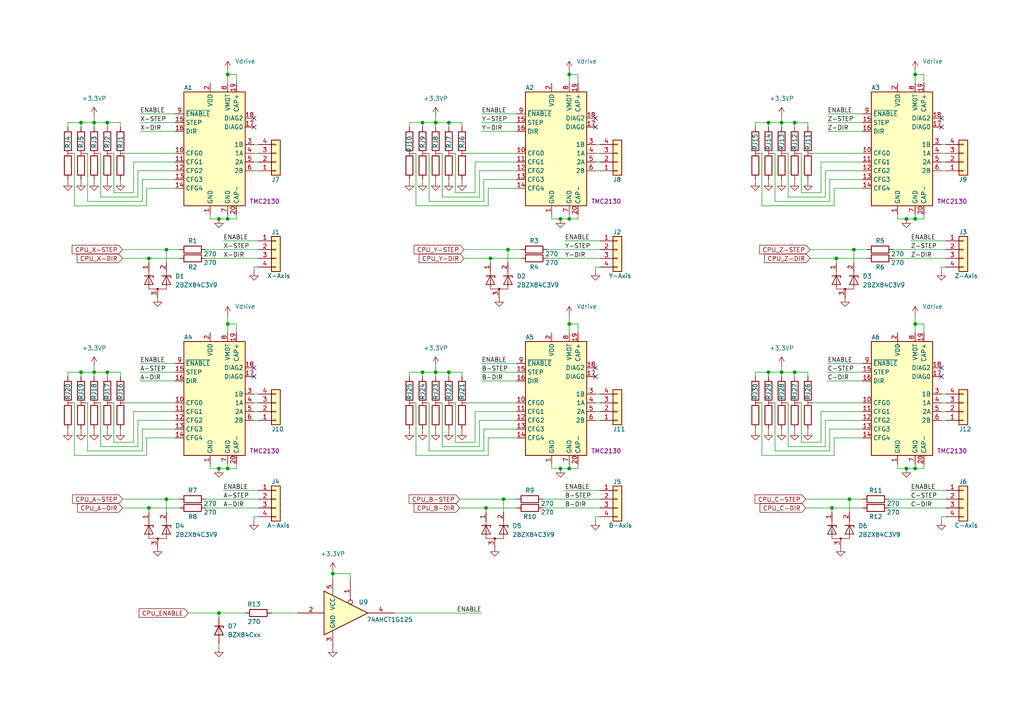
<source format=kicad_sch>
(kicad_sch (version 20230121) (generator eeschema)
  (paper "A4")
  (junction (at 43.18 147.32))
  (junction (at 31.115 107.95))
  (junction (at 122.555 35.56))
  (junction (at 96.52 166.37))
  (junction (at 162.56 135.89))
  (junction (at 226.695 35.56))
  (junction (at 222.885 35.56))
  (junction (at 126.365 35.56))
  (junction (at 265.43 63.5))
  (junction (at 162.56 63.5))
  (junction (at 130.175 35.56))
  (junction (at 66.04 63.5))
  (junction (at 142.24 74.93))
  (junction (at 230.505 107.95))
  (junction (at 31.115 35.56))
  (junction (at 262.89 63.5))
  (junction (at 63.5 63.5))
  (junction (at 27.305 107.95))
  (junction (at 48.26 144.78))
  (junction (at 165.1 21.59))
  (junction (at 66.04 21.59))
  (junction (at 23.495 35.56))
  (junction (at 165.1 93.98))
  (junction (at 48.26 72.39))
  (junction (at 241.3 147.32))
  (junction (at 246.38 144.78))
  (junction (at 226.695 107.95))
  (junction (at 262.89 135.89))
  (junction (at 165.1 135.89))
  (junction (at 265.43 21.59))
  (junction (at 126.365 107.95))
  (junction (at 140.97 147.32))
  (junction (at 43.18 74.93))
  (junction (at 66.04 93.98))
  (junction (at 27.305 35.56))
  (junction (at 63.5 135.89))
  (junction (at 265.43 135.89))
  (junction (at 23.495 107.95))
  (junction (at 147.32 72.39))
  (junction (at 242.57 74.93))
  (junction (at 222.885 107.95))
  (junction (at 146.05 144.78))
  (junction (at 66.04 135.89))
  (junction (at 122.555 107.95))
  (junction (at 247.65 72.39))
  (junction (at 265.43 93.98))
  (junction (at 165.1 63.5))
  (junction (at 63.5 177.8))
  (junction (at 130.175 107.95))
  (junction (at 230.505 35.56))
  (no_connect (at 273.05 109.22))
  (no_connect (at 172.72 36.83))
  (no_connect (at 172.72 106.68))
  (no_connect (at 73.66 36.83))
  (no_connect (at 73.66 109.22))
  (no_connect (at 273.05 36.83))
  (no_connect (at 73.66 106.68))
  (no_connect (at 172.72 109.22))
  (no_connect (at 73.66 34.29))
  (no_connect (at 273.05 106.68))
  (no_connect (at 172.72 34.29))
  (no_connect (at 273.05 34.29))
  (wire (pts (xy 260.35 134.62) (xy 260.35 135.89)))
  (wire (pts (xy 64.77 69.85) (xy 74.93 69.85)))
  (wire (pts (xy 267.97 135.89) (xy 265.43 135.89)))
  (wire (pts (xy 38.735 128.27) (xy 38.735 119.38)))
  (wire (pts (xy 66.04 93.98) (xy 66.04 96.52)))
  (wire (pts (xy 139.065 129.54) (xy 139.065 121.92)))
  (wire (pts (xy 228.6 57.15) (xy 239.395 57.15)))
  (wire (pts (xy 131.445 44.45) (xy 132.08 44.45)))
  (wire (pts (xy 247.65 72.39) (xy 251.46 72.39)))
  (wire (pts (xy 33.02 44.45) (xy 33.02 55.88)))
  (wire (pts (xy 122.555 124.46) (xy 122.555 125.095)))
  (wire (pts (xy 226.695 124.46) (xy 226.695 125.095)))
  (wire (pts (xy 66.04 24.13) (xy 66.04 21.59)))
  (wire (pts (xy 273.05 149.86) (xy 273.05 151.13)))
  (wire (pts (xy 41.275 130.81) (xy 41.275 124.46)))
  (wire (pts (xy 132.08 44.45) (xy 132.08 55.88)))
  (wire (pts (xy 122.555 107.95) (xy 118.745 107.95)))
  (wire (pts (xy 220.98 116.84) (xy 220.98 132.08)))
  (wire (pts (xy 32.385 116.84) (xy 33.02 116.84)))
  (wire (pts (xy 133.985 124.46) (xy 133.985 125.095)))
  (wire (pts (xy 68.58 63.5) (xy 66.04 63.5)))
  (wire (pts (xy 29.21 129.54) (xy 40.005 129.54)))
  (wire (pts (xy 128.27 44.45) (xy 128.27 57.15)))
  (wire (pts (xy 230.505 52.07) (xy 230.505 52.705)))
  (wire (pts (xy 122.555 35.56) (xy 122.555 36.83)))
  (wire (pts (xy 123.825 44.45) (xy 124.46 44.45)))
  (wire (pts (xy 25.4 58.42) (xy 41.275 58.42)))
  (wire (pts (xy 123.825 116.84) (xy 124.46 116.84)))
  (wire (pts (xy 36.195 116.84) (xy 50.8 116.84)))
  (wire (pts (xy 273.05 77.47) (xy 273.05 78.74)))
  (wire (pts (xy 34.925 107.95) (xy 31.115 107.95)))
  (wire (pts (xy 226.695 106.045) (xy 226.695 107.95)))
  (wire (pts (xy 220.345 44.45) (xy 220.98 44.45)))
  (wire (pts (xy 235.585 116.84) (xy 250.19 116.84)))
  (wire (pts (xy 19.685 107.95) (xy 19.685 109.22)))
  (wire (pts (xy 130.175 35.56) (xy 130.175 36.83)))
  (wire (pts (xy 234.315 107.95) (xy 230.505 107.95)))
  (wire (pts (xy 224.155 44.45) (xy 224.79 44.45)))
  (wire (pts (xy 60.96 135.89) (xy 63.5 135.89)))
  (wire (pts (xy 128.27 129.54) (xy 139.065 129.54)))
  (wire (pts (xy 165.1 96.52) (xy 165.1 93.98)))
  (wire (pts (xy 29.21 44.45) (xy 29.21 57.15)))
  (wire (pts (xy 23.495 35.56) (xy 23.495 36.83)))
  (wire (pts (xy 118.745 35.56) (xy 118.745 36.83)))
  (wire (pts (xy 234.315 109.22) (xy 234.315 107.95)))
  (wire (pts (xy 231.775 44.45) (xy 232.41 44.45)))
  (wire (pts (xy 226.695 33.655) (xy 226.695 35.56)))
  (wire (pts (xy 224.155 116.84) (xy 224.79 116.84)))
  (wire (pts (xy 42.545 132.08) (xy 42.545 127)))
  (wire (pts (xy 172.72 44.45) (xy 173.99 44.45)))
  (wire (pts (xy 273.05 46.99) (xy 274.32 46.99)))
  (wire (pts (xy 96.52 166.37) (xy 96.52 167.64)))
  (wire (pts (xy 227.965 116.84) (xy 228.6 116.84)))
  (wire (pts (xy 73.66 44.45) (xy 74.93 44.45)))
  (wire (pts (xy 167.64 93.98) (xy 165.1 93.98)))
  (wire (pts (xy 48.26 144.78) (xy 48.26 148.59)))
  (wire (pts (xy 133.985 107.95) (xy 130.175 107.95)))
  (wire (pts (xy 118.745 52.07) (xy 118.745 52.705)))
  (wire (pts (xy 219.075 35.56) (xy 219.075 36.83)))
  (wire (pts (xy 230.505 35.56) (xy 226.695 35.56)))
  (wire (pts (xy 130.175 107.95) (xy 126.365 107.95)))
  (wire (pts (xy 63.5 177.8) (xy 71.12 177.8)))
  (wire (pts (xy 265.43 62.23) (xy 265.43 63.5)))
  (wire (pts (xy 19.685 35.56) (xy 19.685 36.83)))
  (wire (pts (xy 48.26 72.39) (xy 52.07 72.39)))
  (wire (pts (xy 60.96 62.23) (xy 60.96 63.5)))
  (wire (pts (xy 120.65 132.08) (xy 141.605 132.08)))
  (wire (pts (xy 172.72 116.84) (xy 173.99 116.84)))
  (wire (pts (xy 120.015 116.84) (xy 120.65 116.84)))
  (wire (pts (xy 232.41 44.45) (xy 232.41 55.88)))
  (wire (pts (xy 165.1 63.5) (xy 162.56 63.5)))
  (wire (pts (xy 68.58 62.23) (xy 68.58 63.5)))
  (wire (pts (xy 27.305 52.07) (xy 27.305 52.705)))
  (wire (pts (xy 241.935 59.69) (xy 241.935 54.61)))
  (wire (pts (xy 240.665 130.81) (xy 240.665 124.46)))
  (wire (pts (xy 78.74 177.8) (xy 86.36 177.8)))
  (wire (pts (xy 165.1 134.62) (xy 165.1 135.89)))
  (wire (pts (xy 34.925 52.07) (xy 34.925 52.705)))
  (wire (pts (xy 34.925 109.22) (xy 34.925 107.95)))
  (wire (pts (xy 35.56 74.93) (xy 43.18 74.93)))
  (wire (pts (xy 241.3 147.32) (xy 241.3 148.59)))
  (wire (pts (xy 267.97 24.13) (xy 267.97 21.59)))
  (wire (pts (xy 20.955 44.45) (xy 21.59 44.45)))
  (wire (pts (xy 122.555 35.56) (xy 118.745 35.56)))
  (wire (pts (xy 118.745 124.46) (xy 118.745 125.095)))
  (wire (pts (xy 246.38 144.78) (xy 250.19 144.78)))
  (wire (pts (xy 120.65 59.69) (xy 141.605 59.69)))
  (wire (pts (xy 59.69 144.78) (xy 74.93 144.78)))
  (wire (pts (xy 122.555 52.07) (xy 122.555 52.705)))
  (wire (pts (xy 238.125 55.88) (xy 238.125 46.99)))
  (wire (pts (xy 33.02 116.84) (xy 33.02 128.27)))
  (wire (pts (xy 42.545 127) (xy 50.8 127)))
  (wire (pts (xy 40.005 57.15) (xy 40.005 49.53)))
  (wire (pts (xy 59.69 74.93) (xy 74.93 74.93)))
  (wire (pts (xy 31.115 107.95) (xy 31.115 109.22)))
  (wire (pts (xy 260.35 62.23) (xy 260.35 63.5)))
  (wire (pts (xy 239.395 121.92) (xy 250.19 121.92)))
  (wire (pts (xy 35.56 147.32) (xy 43.18 147.32)))
  (wire (pts (xy 134.62 74.93) (xy 142.24 74.93)))
  (wire (pts (xy 139.065 57.15) (xy 139.065 49.53)))
  (wire (pts (xy 230.505 107.95) (xy 226.695 107.95)))
  (wire (pts (xy 68.58 21.59) (xy 66.04 21.59)))
  (wire (pts (xy 42.545 54.61) (xy 50.8 54.61)))
  (wire (pts (xy 137.795 55.88) (xy 137.795 46.99)))
  (wire (pts (xy 63.5 177.8) (xy 63.5 179.07)))
  (wire (pts (xy 240.665 58.42) (xy 240.665 52.07)))
  (wire (pts (xy 19.685 124.46) (xy 19.685 125.095)))
  (wire (pts (xy 228.6 44.45) (xy 228.6 57.15)))
  (wire (pts (xy 232.41 116.84) (xy 232.41 128.27)))
  (wire (pts (xy 68.58 24.13) (xy 68.58 21.59)))
  (wire (pts (xy 259.08 74.93) (xy 274.32 74.93)))
  (wire (pts (xy 42.545 59.69) (xy 42.545 54.61)))
  (wire (pts (xy 267.97 21.59) (xy 265.43 21.59)))
  (wire (pts (xy 246.38 144.78) (xy 246.38 148.59)))
  (wire (pts (xy 142.24 74.93) (xy 142.24 76.2)))
  (wire (pts (xy 167.64 62.23) (xy 167.64 63.5)))
  (wire (pts (xy 132.08 55.88) (xy 137.795 55.88)))
  (wire (pts (xy 239.395 49.53) (xy 250.19 49.53)))
  (wire (pts (xy 130.175 35.56) (xy 126.365 35.56)))
  (wire (pts (xy 234.315 36.83) (xy 234.315 35.56)))
  (wire (pts (xy 96.52 165.735) (xy 96.52 166.37)))
  (wire (pts (xy 38.735 119.38) (xy 50.8 119.38)))
  (wire (pts (xy 128.27 57.15) (xy 139.065 57.15)))
  (wire (pts (xy 48.26 72.39) (xy 48.26 76.2)))
  (wire (pts (xy 54.61 177.8) (xy 63.5 177.8)))
  (wire (pts (xy 68.58 134.62) (xy 68.58 135.89)))
  (wire (pts (xy 34.925 35.56) (xy 31.115 35.56)))
  (wire (pts (xy 43.18 74.93) (xy 43.18 76.2)))
  (wire (pts (xy 23.495 52.07) (xy 23.495 52.705)))
  (wire (pts (xy 264.16 142.24) (xy 274.32 142.24)))
  (wire (pts (xy 241.935 132.08) (xy 241.935 127)))
  (wire (pts (xy 73.66 77.47) (xy 73.66 78.74)))
  (wire (pts (xy 120.65 116.84) (xy 120.65 132.08)))
  (wire (pts (xy 21.59 116.84) (xy 21.59 132.08)))
  (wire (pts (xy 128.27 116.84) (xy 128.27 129.54)))
  (wire (pts (xy 21.59 44.45) (xy 21.59 59.69)))
  (wire (pts (xy 31.115 35.56) (xy 27.305 35.56)))
  (wire (pts (xy 219.075 107.95) (xy 219.075 109.22)))
  (wire (pts (xy 141.605 127) (xy 149.86 127)))
  (wire (pts (xy 160.02 63.5) (xy 162.56 63.5)))
  (wire (pts (xy 233.68 147.32) (xy 241.3 147.32)))
  (wire (pts (xy 135.255 44.45) (xy 149.86 44.45)))
  (wire (pts (xy 73.66 119.38) (xy 74.93 119.38)))
  (wire (pts (xy 130.175 124.46) (xy 130.175 125.095)))
  (wire (pts (xy 40.64 38.1) (xy 50.8 38.1)))
  (wire (pts (xy 267.97 93.98) (xy 265.43 93.98)))
  (wire (pts (xy 120.015 44.45) (xy 120.65 44.45)))
  (wire (pts (xy 23.495 124.46) (xy 23.495 125.095)))
  (wire (pts (xy 172.72 119.38) (xy 173.99 119.38)))
  (wire (pts (xy 173.99 149.86) (xy 172.72 149.86)))
  (wire (pts (xy 140.335 52.07) (xy 149.86 52.07)))
  (wire (pts (xy 68.58 93.98) (xy 66.04 93.98)))
  (wire (pts (xy 59.69 72.39) (xy 74.93 72.39)))
  (wire (pts (xy 73.66 121.92) (xy 74.93 121.92)))
  (wire (pts (xy 163.83 69.85) (xy 173.99 69.85)))
  (wire (pts (xy 40.64 105.41) (xy 50.8 105.41)))
  (wire (pts (xy 226.695 52.07) (xy 226.695 52.705)))
  (wire (pts (xy 66.04 135.89) (xy 63.5 135.89)))
  (wire (pts (xy 239.395 57.15) (xy 239.395 49.53)))
  (wire (pts (xy 29.21 57.15) (xy 40.005 57.15)))
  (wire (pts (xy 122.555 107.95) (xy 122.555 109.22)))
  (wire (pts (xy 234.315 124.46) (xy 234.315 125.095)))
  (wire (pts (xy 73.66 116.84) (xy 74.93 116.84)))
  (wire (pts (xy 157.48 147.32) (xy 173.99 147.32)))
  (wire (pts (xy 273.05 49.53) (xy 274.32 49.53)))
  (wire (pts (xy 160.02 134.62) (xy 160.02 135.89)))
  (wire (pts (xy 247.65 72.39) (xy 247.65 76.2)))
  (wire (pts (xy 68.58 96.52) (xy 68.58 93.98)))
  (wire (pts (xy 172.72 41.91) (xy 173.99 41.91)))
  (wire (pts (xy 139.7 33.02) (xy 149.86 33.02)))
  (wire (pts (xy 36.195 44.45) (xy 50.8 44.45)))
  (wire (pts (xy 222.885 107.95) (xy 222.885 109.22)))
  (wire (pts (xy 146.05 144.78) (xy 146.05 148.59)))
  (wire (pts (xy 142.24 74.93) (xy 151.13 74.93)))
  (wire (pts (xy 265.43 91.44) (xy 265.43 93.98)))
  (wire (pts (xy 40.005 49.53) (xy 50.8 49.53)))
  (wire (pts (xy 234.315 52.07) (xy 234.315 52.705)))
  (wire (pts (xy 133.985 36.83) (xy 133.985 35.56)))
  (wire (pts (xy 126.365 106.045) (xy 126.365 107.95)))
  (wire (pts (xy 31.115 35.56) (xy 31.115 36.83)))
  (wire (pts (xy 19.685 52.07) (xy 19.685 52.705)))
  (wire (pts (xy 124.46 44.45) (xy 124.46 58.42)))
  (wire (pts (xy 165.1 20.32) (xy 165.1 21.59)))
  (wire (pts (xy 21.59 132.08) (xy 42.545 132.08)))
  (wire (pts (xy 172.72 149.86) (xy 172.72 151.13)))
  (wire (pts (xy 124.46 130.81) (xy 140.335 130.81)))
  (wire (pts (xy 139.7 110.49) (xy 149.86 110.49)))
  (wire (pts (xy 227.965 44.45) (xy 228.6 44.45)))
  (wire (pts (xy 101.6 167.64) (xy 101.6 166.37)))
  (wire (pts (xy 66.04 91.44) (xy 66.04 93.98)))
  (wire (pts (xy 226.695 107.95) (xy 222.885 107.95)))
  (wire (pts (xy 167.64 63.5) (xy 165.1 63.5)))
  (wire (pts (xy 224.79 130.81) (xy 240.665 130.81)))
  (wire (pts (xy 230.505 124.46) (xy 230.505 125.095)))
  (wire (pts (xy 40.005 129.54) (xy 40.005 121.92)))
  (wire (pts (xy 241.935 127) (xy 250.19 127)))
  (wire (pts (xy 35.56 72.39) (xy 48.26 72.39)))
  (wire (pts (xy 273.05 44.45) (xy 274.32 44.45)))
  (wire (pts (xy 38.735 46.99) (xy 50.8 46.99)))
  (wire (pts (xy 167.64 135.89) (xy 165.1 135.89)))
  (wire (pts (xy 220.98 132.08) (xy 241.935 132.08)))
  (wire (pts (xy 274.32 77.47) (xy 273.05 77.47)))
  (wire (pts (xy 260.35 100.33) (xy 260.35 96.52)))
  (wire (pts (xy 132.08 128.27) (xy 137.795 128.27)))
  (wire (pts (xy 273.05 114.3) (xy 274.32 114.3)))
  (wire (pts (xy 126.365 52.07) (xy 126.365 52.705)))
  (wire (pts (xy 126.365 33.655) (xy 126.365 35.56)))
  (wire (pts (xy 240.665 52.07) (xy 250.19 52.07)))
  (wire (pts (xy 28.575 44.45) (xy 29.21 44.45)))
  (wire (pts (xy 238.125 128.27) (xy 238.125 119.38)))
  (wire (pts (xy 32.385 44.45) (xy 33.02 44.45)))
  (wire (pts (xy 33.02 128.27) (xy 38.735 128.27)))
  (wire (pts (xy 219.075 52.07) (xy 219.075 52.705)))
  (wire (pts (xy 31.115 107.95) (xy 27.305 107.95)))
  (wire (pts (xy 130.175 52.07) (xy 130.175 52.705)))
  (wire (pts (xy 264.16 69.85) (xy 274.32 69.85)))
  (wire (pts (xy 27.305 124.46) (xy 27.305 125.095)))
  (wire (pts (xy 260.35 135.89) (xy 262.89 135.89)))
  (wire (pts (xy 127.635 44.45) (xy 128.27 44.45)))
  (wire (pts (xy 165.1 91.44) (xy 165.1 93.98)))
  (wire (pts (xy 27.305 35.56) (xy 27.305 36.83)))
  (wire (pts (xy 257.81 147.32) (xy 274.32 147.32)))
  (wire (pts (xy 222.885 52.07) (xy 222.885 52.705)))
  (wire (pts (xy 140.335 58.42) (xy 140.335 52.07)))
  (wire (pts (xy 33.02 55.88) (xy 38.735 55.88)))
  (wire (pts (xy 27.305 35.56) (xy 23.495 35.56)))
  (wire (pts (xy 74.93 77.47) (xy 73.66 77.47)))
  (wire (pts (xy 231.775 116.84) (xy 232.41 116.84)))
  (wire (pts (xy 66.04 62.23) (xy 66.04 63.5)))
  (wire (pts (xy 240.03 105.41) (xy 250.19 105.41)))
  (wire (pts (xy 238.125 119.38) (xy 250.19 119.38)))
  (wire (pts (xy 28.575 116.84) (xy 29.21 116.84)))
  (wire (pts (xy 165.1 24.13) (xy 165.1 21.59)))
  (wire (pts (xy 24.765 44.45) (xy 25.4 44.45)))
  (wire (pts (xy 73.66 149.86) (xy 73.66 151.13)))
  (wire (pts (xy 73.66 41.91) (xy 74.93 41.91)))
  (wire (pts (xy 273.05 119.38) (xy 274.32 119.38)))
  (wire (pts (xy 25.4 44.45) (xy 25.4 58.42)))
  (wire (pts (xy 141.605 59.69) (xy 141.605 54.61)))
  (wire (pts (xy 240.03 110.49) (xy 250.19 110.49)))
  (wire (pts (xy 31.115 52.07) (xy 31.115 52.705)))
  (wire (pts (xy 265.43 63.5) (xy 262.89 63.5)))
  (wire (pts (xy 222.885 35.56) (xy 222.885 36.83)))
  (wire (pts (xy 133.985 35.56) (xy 130.175 35.56)))
  (wire (pts (xy 232.41 55.88) (xy 238.125 55.88)))
  (wire (pts (xy 20.955 116.84) (xy 21.59 116.84)))
  (wire (pts (xy 235.585 44.45) (xy 250.19 44.45)))
  (wire (pts (xy 126.365 35.56) (xy 126.365 36.83)))
  (wire (pts (xy 172.72 121.92) (xy 173.99 121.92)))
  (wire (pts (xy 160.02 62.23) (xy 160.02 63.5)))
  (wire (pts (xy 73.66 49.53) (xy 74.93 49.53)))
  (wire (pts (xy 124.46 116.84) (xy 124.46 130.81)))
  (wire (pts (xy 132.08 116.84) (xy 132.08 128.27)))
  (wire (pts (xy 167.64 134.62) (xy 167.64 135.89)))
  (wire (pts (xy 34.925 36.83) (xy 34.925 35.56)))
  (wire (pts (xy 23.495 35.56) (xy 19.685 35.56)))
  (wire (pts (xy 35.56 144.78) (xy 48.26 144.78)))
  (wire (pts (xy 167.64 21.59) (xy 165.1 21.59)))
  (wire (pts (xy 234.95 74.93) (xy 242.57 74.93)))
  (wire (pts (xy 267.97 63.5) (xy 265.43 63.5)))
  (wire (pts (xy 241.3 147.32) (xy 250.19 147.32)))
  (wire (pts (xy 259.08 72.39) (xy 274.32 72.39)))
  (wire (pts (xy 27.305 33.655) (xy 27.305 35.56)))
  (wire (pts (xy 226.695 35.56) (xy 226.695 36.83)))
  (wire (pts (xy 238.125 46.99) (xy 250.19 46.99)))
  (wire (pts (xy 157.48 144.78) (xy 173.99 144.78)))
  (wire (pts (xy 133.985 109.22) (xy 133.985 107.95)))
  (wire (pts (xy 40.005 121.92) (xy 50.8 121.92)))
  (wire (pts (xy 135.255 116.84) (xy 149.86 116.84)))
  (wire (pts (xy 133.985 52.07) (xy 133.985 52.705)))
  (wire (pts (xy 27.305 107.95) (xy 23.495 107.95)))
  (wire (pts (xy 101.6 166.37) (xy 96.52 166.37)))
  (wire (pts (xy 60.96 134.62) (xy 60.96 135.89)))
  (wire (pts (xy 73.66 46.99) (xy 74.93 46.99)))
  (wire (pts (xy 139.7 107.95) (xy 149.86 107.95)))
  (wire (pts (xy 41.275 124.46) (xy 50.8 124.46)))
  (wire (pts (xy 141.605 132.08) (xy 141.605 127)))
  (wire (pts (xy 265.43 24.13) (xy 265.43 21.59)))
  (wire (pts (xy 220.98 44.45) (xy 220.98 59.69)))
  (wire (pts (xy 167.64 96.52) (xy 167.64 93.98)))
  (wire (pts (xy 66.04 134.62) (xy 66.04 135.89)))
  (wire (pts (xy 265.43 20.32) (xy 265.43 21.59)))
  (wire (pts (xy 167.64 24.13) (xy 167.64 21.59)))
  (wire (pts (xy 267.97 62.23) (xy 267.97 63.5)))
  (wire (pts (xy 146.05 144.78) (xy 149.86 144.78)))
  (wire (pts (xy 133.35 147.32) (xy 140.97 147.32)))
  (wire (pts (xy 274.32 149.86) (xy 273.05 149.86)))
  (wire (pts (xy 220.345 116.84) (xy 220.98 116.84)))
  (wire (pts (xy 230.505 35.56) (xy 230.505 36.83)))
  (wire (pts (xy 260.35 63.5) (xy 262.89 63.5)))
  (wire (pts (xy 226.695 35.56) (xy 222.885 35.56)))
  (wire (pts (xy 23.495 107.95) (xy 19.685 107.95)))
  (wire (pts (xy 131.445 116.84) (xy 132.08 116.84)))
  (wire (pts (xy 273.05 116.84) (xy 274.32 116.84)))
  (wire (pts (xy 224.79 44.45) (xy 224.79 58.42)))
  (wire (pts (xy 240.03 33.02) (xy 250.19 33.02)))
  (wire (pts (xy 66.04 20.32) (xy 66.04 21.59)))
  (wire (pts (xy 126.365 107.95) (xy 122.555 107.95)))
  (wire (pts (xy 234.315 35.56) (xy 230.505 35.56)))
  (wire (pts (xy 59.69 147.32) (xy 74.93 147.32)))
  (wire (pts (xy 24.765 116.84) (xy 25.4 116.84)))
  (wire (pts (xy 139.065 121.92) (xy 149.86 121.92)))
  (wire (pts (xy 40.64 110.49) (xy 50.8 110.49)))
  (wire (pts (xy 165.1 62.23) (xy 165.1 63.5)))
  (wire (pts (xy 240.03 35.56) (xy 250.19 35.56)))
  (wire (pts (xy 38.735 55.88) (xy 38.735 46.99)))
  (wire (pts (xy 140.97 147.32) (xy 140.97 148.59)))
  (wire (pts (xy 165.1 135.89) (xy 162.56 135.89)))
  (wire (pts (xy 172.72 49.53) (xy 173.99 49.53)))
  (wire (pts (xy 262.89 135.89) (xy 265.43 135.89)))
  (wire (pts (xy 126.365 107.95) (xy 126.365 109.22)))
  (wire (pts (xy 139.7 38.1) (xy 149.86 38.1)))
  (wire (pts (xy 222.885 124.46) (xy 222.885 125.095)))
  (wire (pts (xy 139.065 49.53) (xy 149.86 49.53)))
  (wire (pts (xy 234.95 72.39) (xy 247.65 72.39)))
  (wire (pts (xy 25.4 116.84) (xy 25.4 130.81)))
  (wire (pts (xy 73.66 114.3) (xy 74.93 114.3)))
  (wire (pts (xy 228.6 116.84) (xy 228.6 129.54)))
  (wire (pts (xy 120.65 44.45) (xy 120.65 59.69)))
  (wire (pts (xy 241.935 54.61) (xy 250.19 54.61)))
  (wire (pts (xy 172.72 77.47) (xy 173.99 77.47)))
  (wire (pts (xy 228.6 129.54) (xy 239.395 129.54)))
  (wire (pts (xy 158.75 74.93) (xy 173.99 74.93)))
  (wire (pts (xy 267.97 96.52) (xy 267.97 93.98)))
  (wire (pts (xy 147.32 72.39) (xy 151.13 72.39)))
  (wire (pts (xy 134.62 72.39) (xy 147.32 72.39)))
  (wire (pts (xy 126.365 124.46) (xy 126.365 125.095)))
  (wire (pts (xy 40.64 33.02) (xy 50.8 33.02)))
  (wire (pts (xy 239.395 129.54) (xy 239.395 121.92)))
  (wire (pts (xy 160.02 135.89) (xy 162.56 135.89)))
  (wire (pts (xy 172.72 77.47) (xy 172.72 78.74)))
  (wire (pts (xy 126.365 35.56) (xy 122.555 35.56)))
  (wire (pts (xy 63.5 187.96) (xy 63.5 186.69)))
  (wire (pts (xy 273.05 41.91) (xy 274.32 41.91)))
  (wire (pts (xy 141.605 54.61) (xy 149.86 54.61)))
  (wire (pts (xy 25.4 130.81) (xy 41.275 130.81)))
  (wire (pts (xy 137.795 46.99) (xy 149.86 46.99)))
  (wire (pts (xy 27.305 107.95) (xy 27.305 109.22)))
  (wire (pts (xy 220.98 59.69) (xy 241.935 59.69)))
  (wire (pts (xy 265.43 134.62) (xy 265.43 135.89)))
  (wire (pts (xy 224.79 58.42) (xy 240.665 58.42)))
  (wire (pts (xy 140.97 147.32) (xy 149.86 147.32)))
  (wire (pts (xy 230.505 107.95) (xy 230.505 109.22)))
  (wire (pts (xy 240.03 107.95) (xy 250.19 107.95)))
  (wire (pts (xy 41.275 58.42) (xy 41.275 52.07)))
  (wire (pts (xy 60.96 63.5) (xy 63.5 63.5)))
  (wire (pts (xy 137.795 128.27) (xy 137.795 119.38)))
  (wire (pts (xy 257.81 144.78) (xy 274.32 144.78)))
  (wire (pts (xy 265.43 96.52) (xy 265.43 93.98)))
  (wire (pts (xy 64.77 142.24) (xy 74.93 142.24)))
  (wire (pts (xy 147.32 72.39) (xy 147.32 76.2)))
  (wire (pts (xy 233.68 144.78) (xy 246.38 144.78)))
  (wire (pts (xy 29.21 116.84) (xy 29.21 129.54)))
  (wire (pts (xy 74.93 149.86) (xy 73.66 149.86)))
  (wire (pts (xy 114.3 177.8) (xy 139.7 177.8)))
  (wire (pts (xy 27.305 106.045) (xy 27.305 107.95)))
  (wire (pts (xy 34.925 124.46) (xy 34.925 125.095)))
  (wire (pts (xy 240.665 124.46) (xy 250.19 124.46)))
  (wire (pts (xy 267.97 134.62) (xy 267.97 135.89)))
  (wire (pts (xy 133.35 144.78) (xy 146.05 144.78)))
  (wire (pts (xy 172.72 114.3) (xy 173.99 114.3)))
  (wire (pts (xy 48.26 144.78) (xy 52.07 144.78)))
  (wire (pts (xy 118.745 107.95) (xy 118.745 109.22)))
  (wire (pts (xy 163.83 142.24) (xy 173.99 142.24)))
  (wire (pts (xy 172.72 46.99) (xy 173.99 46.99)))
  (wire (pts (xy 242.57 74.93) (xy 251.46 74.93)))
  (wire (pts (xy 139.7 105.41) (xy 149.86 105.41)))
  (wire (pts (xy 124.46 58.42) (xy 140.335 58.42)))
  (wire (pts (xy 224.79 116.84) (xy 224.79 130.81)))
  (wire (pts (xy 130.175 107.95) (xy 130.175 109.22)))
  (wire (pts (xy 140.335 130.81) (xy 140.335 124.46)))
  (wire (pts (xy 222.885 35.56) (xy 219.075 35.56)))
  (wire (pts (xy 158.75 72.39) (xy 173.99 72.39)))
  (wire (pts (xy 68.58 135.89) (xy 66.04 135.89)))
  (wire (pts (xy 41.275 52.07) (xy 50.8 52.07)))
  (wire (pts (xy 43.18 147.32) (xy 52.07 147.32)))
  (wire (pts (xy 66.04 63.5) (xy 63.5 63.5)))
  (wire (pts (xy 21.59 59.69) (xy 42.545 59.69)))
  (wire (pts (xy 127.635 116.84) (xy 128.27 116.84)))
  (wire (pts (xy 31.115 124.46) (xy 31.115 125.095)))
  (wire (pts (xy 40.64 35.56) (xy 50.8 35.56)))
  (wire (pts (xy 242.57 74.93) (xy 242.57 76.2)))
  (wire (pts (xy 219.075 124.46) (xy 219.075 125.095)))
  (wire (pts (xy 139.7 35.56) (xy 149.86 35.56)))
  (wire (pts (xy 140.335 124.46) (xy 149.86 124.46)))
  (wire (pts (xy 222.885 107.95) (xy 219.075 107.95)))
  (wire (pts (xy 273.05 121.92) (xy 274.32 121.92)))
  (wire (pts (xy 40.64 107.95) (xy 50.8 107.95)))
  (wire (pts (xy 43.18 74.93) (xy 52.07 74.93)))
  (wire (pts (xy 43.18 147.32) (xy 43.18 148.59)))
  (wire (pts (xy 226.695 107.95) (xy 226.695 109.22)))
  (wire (pts (xy 240.03 38.1) (xy 250.19 38.1)))
  (wire (pts (xy 23.495 107.95) (xy 23.495 109.22)))
  (wire (pts (xy 232.41 128.27) (xy 238.125 128.27)))
  (wire (pts (xy 137.795 119.38) (xy 149.86 119.38)))
  (label "ENABLE" (at 264.16 142.24 0))
  (label "ENABLE" (at 240.03 105.41 0))
  (label "ENABLE" (at 40.64 105.41 0))
  (label "X-DIR" (at 64.77 74.93 0))
  (label "B-DIR" (at 163.83 147.32 0))
  (label "C-STEP" (at 264.16 144.78 0))
  (label "ENABLE" (at 64.77 142.24 0))
  (label "Y-DIR" (at 139.7 38.1 0))
  (label "Y-STEP" (at 139.7 35.56 0))
  (label "X-STEP" (at 40.64 35.56 0))
  (label "Y-STEP" (at 163.83 72.39 0))
  (label "X-DIR" (at 40.64 38.1 0))
  (label "ENABLE" (at 163.83 69.85 0))
  (label "Z-STEP" (at 240.03 35.56 0))
  (label "C-DIR" (at 264.16 147.32 0))
  (label "B-STEP" (at 163.83 144.78 0))
  (label "Y-DIR" (at 163.83 74.93 0))
  (label "B-DIR" (at 139.7 110.49 0))
  (label "ENABLE" (at 40.64 33.02 0))
  (label "ENABLE" (at 264.16 69.85 0))
  (label "C-STEP" (at 240.03 107.95 0))
  (label "ENABLE" (at 240.03 33.02 0))
  (label "B-STEP" (at 139.7 107.95 0))
  (label "C-DIR" (at 240.03 110.49 0))
  (label "A-DIR" (at 64.77 147.32 0))
  (label "Z-STEP" (at 264.16 72.39 0))
  (label "ENABLE" (at 139.7 177.8 180))
  (label "A-DIR" (at 40.64 110.49 0))
  (label "Z-DIR" (at 240.03 38.1 0))
  (label "X-STEP" (at 64.77 72.39 0))
  (label "A-STEP" (at 64.77 144.78 0))
  (label "Z-DIR" (at 264.16 74.93 0))
  (label "ENABLE" (at 163.83 142.24 0))
  (label "ENABLE" (at 139.7 33.02 0))
  (label "ENABLE" (at 139.7 105.41 0))
  (label "ENABLE" (at 64.77 69.85 0))
  (label "A-STEP" (at 40.64 107.95 0))
  (global_label "CPU_B-STEP" (shape input) (at 133.35 144.78 180) (property "Intersheetrefs" "${INTERSHEET_REFS}" (effects hide)))
  (global_label "CPU_Z-DIR" (shape input) (at 234.95 74.93 180) (property "Intersheetrefs" "${INTERSHEET_REFS}" (effects hide)))
  (global_label "CPU_ENABLE" (shape input) (at 54.61 177.8 180) (property "Intersheetrefs" "${INTERSHEET_REFS}" (effects hide)))
  (global_label "CPU_C-DIR" (shape input) (at 233.68 147.32 180) (property "Intersheetrefs" "${INTERSHEET_REFS}" (effects hide)))
  (global_label "CPU_B-DIR" (shape input) (at 133.35 147.32 180) (property "Intersheetrefs" "${INTERSHEET_REFS}" (effects hide)))
  (global_label "CPU_Y-STEP" (shape input) (at 134.62 72.39 180) (property "Intersheetrefs" "${INTERSHEET_REFS}" (effects hide)))
  (global_label "CPU_A-STEP" (shape input) (at 35.56 144.78 180) (property "Intersheetrefs" "${INTERSHEET_REFS}" (effects hide)))
  (global_label "CPU_X-STEP" (shape input) (at 35.56 72.39 180) (property "Intersheetrefs" "${INTERSHEET_REFS}" (effects hide)))
  (global_label "CPU_X-DIR" (shape input) (at 35.56 74.93 180) (property "Intersheetrefs" "${INTERSHEET_REFS}" (effects hide)))
  (global_label "CPU_Y-DIR" (shape input) (at 134.62 74.93 180) (property "Intersheetrefs" "${INTERSHEET_REFS}" (effects hide)))
  (global_label "CPU_C-STEP" (shape input) (at 233.68 144.78 180) (property "Intersheetrefs" "${INTERSHEET_REFS}" (effects hide)))
  (global_label "CPU_Z-STEP" (shape input) (at 234.95 72.39 180) (property "Intersheetrefs" "${INTERSHEET_REFS}" (effects hide)))
  (global_label "CPU_A-DIR" (shape input) (at 35.56 147.32 180) (property "Intersheetrefs" "${INTERSHEET_REFS}" (effects hide)))
  (symbol (lib_id "power:+3.3VP") (at 126.365 33.655 0) (unit 1)
    (property "Reference" "#PWR067" (effects hide))
    (property "Value" "+3.3VP" (at 126.365 28.575 0))
  )
  (symbol (lib_id "stm32F746 GRBL:RJ") (at 19.685 116.84 0) (unit 1)
    (property "Reference" "RJ20" (at 19.685 111.125 90) (effects (justify right)))
    (property "Value" "0R" (effects hide))
    (property "Footprint" "stm32F746 GRBL:RJ_3 pads_0805_2012Metric" (effects hide))
  )
  (symbol (lib_id "stm32F746 GRBL:RJ") (at 222.885 116.84 0) (unit 1)
    (property "Reference" "RJ29" (at 222.885 111.125 90) (effects (justify right)))
    (property "Value" "0R" (effects hide))
    (property "Footprint" "stm32F746 GRBL:RJ_3 pads_0805_2012Metric" (effects hide))
  )
  (symbol (lib_id "Connector_Generic:Conn_01x04") (at 80.01 144.78 0) (unit 1)
    (property "Reference" "J4" (at 78.74 139.7 0) (effects (justify left)))
    (property "Value" "A-Axis" (at 77.47 152.4 0) (effects (justify left)))
    (property "Footprint" "Connector_JST:JST_XH_B4B-XH-A_1x04_P2.50mm_Vertical" (effects hide))
  )
  (symbol (lib_id "Device:R") (at 154.94 72.39 90) (unit 1)
    (property "Reference" "R3" (at 154.94 69.85 90))
    (property "Value" "270" (at 160.02 76.2 90))
    (property "Footprint" "Resistor_SMD:R_0805_2012Metric" (effects hide))
  )
  (symbol (lib_id "power:+3.3VP") (at 27.305 33.655 0) (unit 1)
    (property "Reference" "#PWR064" (effects hide))
    (property "Value" "+3.3VP" (at 27.305 28.575 0))
  )
  (symbol (lib_id "stm32F746 GRBL:RJ") (at 234.315 44.45 0) (unit 1)
    (property "Reference" "RJ11" (at 234.315 38.735 90) (effects (justify right)))
    (property "Value" "0R" (effects hide))
    (property "Footprint" "stm32F746 GRBL:RJ_3 pads_0805_2012Metric" (effects hide))
  )
  (symbol (lib_id "Connector_Generic:Conn_01x04") (at 80.01 46.99 0) (mirror x) (unit 1)
    (property "Reference" "J7" (at 78.74 52.07 0) (effects (justify left)))
    (property "Value" "Conn_01x04" (effects hide))
    (property "Footprint" "Connector_JST:JST_XH_B4B-XH-A_1x04_P2.50mm_Vertical" (effects hide))
  )
  (symbol (lib_id "stm32F746 GRBL:RJ") (at 133.985 116.84 0) (unit 1)
    (property "Reference" "RJ21" (at 133.985 111.125 90) (effects (justify right)))
    (property "Value" "0R" (effects hide))
    (property "Footprint" "stm32F746 GRBL:RJ_3 pads_0805_2012Metric" (effects hide))
  )
  (symbol (lib_id "power:GND") (at 234.315 52.705 0) (unit 1)
    (property "Reference" "#PWR076" (effects hide))
    (property "Value" "GND" (effects hide))
  )
  (symbol (lib_id "power:GND") (at 27.305 52.705 0) (unit 1)
    (property "Reference" "#PWR059" (effects hide))
    (property "Value" "GND" (effects hide))
  )
  (symbol (lib_id "power:GND") (at 118.745 125.095 0) (unit 1)
    (property "Reference" "#PWR083" (effects hide))
    (property "Value" "GND" (effects hide))
  )
  (symbol (lib_name "TCm2130_Breakout_4") (lib_id "TCM2130:TCm2130_Breakout") (at 60.96 114.3 0) (unit 1)
    (property "Reference" "A4" (at 53.34 97.79 0) (effects (justify left)))
    (property "Value" "TMC2130_Breakout_TMC2130" (effects hide))
    (property "Footprint" "stm32F746 GRBL:TMC2130_Breakout-16_15.2x20.3mm" (effects hide))
    (property "Datasheet" "TMC2130" (at 72.39 130.81 0) (effects (justify left)))
  )
  (symbol (lib_id "stm32F746 GRBL:RJ") (at 31.115 44.45 0) (unit 1)
    (property "Reference" "RJ2" (at 31.115 39.37 90) (effects (justify right)))
    (property "Value" "0R" (effects hide))
    (property "Footprint" "stm32F746 GRBL:RJ_3 pads_0805_2012Metric" (effects hide))
  )
  (symbol (lib_id "power:GND") (at 31.115 125.095 0) (unit 1)
    (property "Reference" "#PWR081" (effects hide))
    (property "Value" "GND" (effects hide))
  )
  (symbol (lib_id "Connector_Generic:Conn_01x04") (at 279.4 72.39 0) (unit 1)
    (property "Reference" "J3" (at 278.13 67.31 0) (effects (justify left)))
    (property "Value" "Z-Axis" (at 276.86 80.01 0) (effects (justify left)))
    (property "Footprint" "Connector_JST:JST_XH_B4B-XH-A_1x04_P2.50mm_Vertical" (effects hide))
  )
  (symbol (lib_id "stm32F746 GRBL:RJ") (at 234.315 116.84 0) (unit 1)
    (property "Reference" "RJ26" (at 234.315 111.125 90) (effects (justify right)))
    (property "Value" "0R" (effects hide))
    (property "Footprint" "stm32F746 GRBL:RJ_3 pads_0805_2012Metric" (effects hide))
  )
  (symbol (lib_id "power:GND") (at 126.365 52.705 0) (unit 1)
    (property "Reference" "#PWR068" (effects hide))
    (property "Value" "GND" (effects hide))
  )
  (symbol (lib_id "power:GND") (at 234.315 125.095 0) (unit 1)
    (property "Reference" "#PWR094" (effects hide))
    (property "Value" "GND" (effects hide))
  )
  (symbol (lib_id "power:GND") (at 130.175 125.095 0) (unit 1)
    (property "Reference" "#PWR087" (effects hide))
    (property "Value" "GND" (effects hide))
  )
  (symbol (lib_id "power:GND") (at 126.365 125.095 0) (unit 1)
    (property "Reference" "#PWR086" (effects hide))
    (property "Value" "GND" (effects hide))
  )
  (symbol (lib_name "TCm2130_Breakout_5") (lib_id "TCM2130:TCm2130_Breakout") (at 160.02 114.3 0) (unit 1)
    (property "Reference" "A5" (at 152.4 97.79 0) (effects (justify left)))
    (property "Value" "TMC2130_Breakout_TMC2130" (effects hide))
    (property "Footprint" "stm32F746 GRBL:TMC2130_Breakout-16_15.2x20.3mm" (effects hide))
    (property "Datasheet" "TMC2130" (at 171.45 130.81 0) (effects (justify left)))
  )
  (symbol (lib_id "power:GND") (at 262.89 63.5 0) (unit 1)
    (property "Reference" "#PWR044" (effects hide))
    (property "Value" "GND" (effects hide))
  )
  (symbol (lib_id "Connector_Generic:Conn_01x04") (at 179.07 144.78 0) (unit 1)
    (property "Reference" "J5" (at 177.8 139.7 0) (effects (justify left)))
    (property "Value" "B-Axis" (at 176.53 152.4 0) (effects (justify left)))
    (property "Footprint" "Connector_JST:JST_XH_B4B-XH-A_1x04_P2.50mm_Vertical" (effects hide))
  )
  (symbol (lib_id "power:Vdrive") (at 265.43 91.44 0) (unit 1)
    (property "Reference" "#PWR042" (effects hide))
    (property "Value" "Vdrive" (at 270.51 88.9 0))
  )
  (symbol (lib_id "power:GND") (at 63.5 187.96 0) (unit 1)
    (property "Reference" "#PWR058" (effects hide))
    (property "Value" "GND" (effects hide))
  )
  (symbol (lib_id "Connector_Generic:Conn_01x04") (at 279.4 144.78 0) (unit 1)
    (property "Reference" "J6" (at 278.13 139.7 0) (effects (justify left)))
    (property "Value" "C-Axis" (at 276.86 152.4 0) (effects (justify left)))
    (property "Footprint" "Connector_JST:JST_XH_B4B-XH-A_1x04_P2.50mm_Vertical" (effects hide))
  )
  (symbol (lib_id "stm32F746 GRBL:RJ") (at 130.175 44.45 0) (unit 1)
    (property "Reference" "RJ7" (at 130.175 39.37 90) (effects (justify right)))
    (property "Value" "0R" (effects hide))
    (property "Footprint" "stm32F746 GRBL:RJ_3 pads_0805_2012Metric" (effects hide))
  )
  (symbol (lib_id "power:GND") (at 172.72 151.13 0) (unit 1)
    (property "Reference" "#PWR040" (effects hide))
    (property "Value" "GND" (effects hide))
  )
  (symbol (lib_id "power:GND") (at 226.695 125.095 0) (unit 1)
    (property "Reference" "#PWR092" (effects hide))
    (property "Value" "GND" (effects hide))
  )
  (symbol (lib_id "stm32F746 GRBL:RJ") (at 122.555 44.45 0) (unit 1)
    (property "Reference" "RJ9" (at 122.555 39.37 90) (effects (justify right)))
    (property "Value" "0R" (effects hide))
    (property "Footprint" "stm32F746 GRBL:RJ_3 pads_0805_2012Metric" (effects hide))
  )
  (symbol (lib_id "stm32F746 GRBL:RJ") (at 118.745 116.84 0) (unit 1)
    (property "Reference" "RJ25" (at 118.745 111.125 90) (effects (justify right)))
    (property "Value" "0R" (effects hide))
    (property "Footprint" "stm32F746 GRBL:RJ_3 pads_0805_2012Metric" (effects hide))
  )
  (symbol (lib_id "Device:R") (at 55.88 72.39 90) (unit 1)
    (property "Reference" "R1" (at 55.88 69.85 90))
    (property "Value" "270" (at 60.96 76.2 90))
    (property "Footprint" "Resistor_SMD:R_0805_2012Metric" (effects hide))
  )
  (symbol (lib_id "power:+3.3VP") (at 96.52 165.735 0) (unit 1)
    (property "Reference" "#PWR095" (effects hide))
    (property "Value" "+3.3VP" (at 96.52 160.655 0))
  )
  (symbol (lib_id "Connector_Generic:Conn_01x04") (at 279.4 119.38 0) (mirror x) (unit 1)
    (property "Reference" "J12" (at 278.13 124.46 0) (effects (justify left)))
    (property "Value" "Conn_01x04" (effects hide))
    (property "Footprint" "Connector_JST:JST_XH_B4B-XH-A_1x04_P2.50mm_Vertical" (effects hide))
  )
  (symbol (lib_id "stm32F746 GRBL:RJ") (at 226.695 44.45 0) (unit 1)
    (property "Reference" "RJ13" (at 226.695 38.735 90) (effects (justify right)))
    (property "Value" "0R" (effects hide))
    (property "Footprint" "stm32F746 GRBL:RJ_3 pads_0805_2012Metric" (effects hide))
  )
  (symbol (lib_id "power:GND") (at 19.685 52.705 0) (unit 1)
    (property "Reference" "#PWR063" (effects hide))
    (property "Value" "GND" (effects hide))
  )
  (symbol (lib_id "power:GND") (at 96.52 187.96 0) (unit 1)
    (property "Reference" "#PWR057" (effects hide))
    (property "Value" "GND" (effects hide))
  )
  (symbol (lib_id "power:GND") (at 34.925 52.705 0) (unit 1)
    (property "Reference" "#PWR061" (effects hide))
    (property "Value" "GND" (effects hide))
  )
  (symbol (lib_id "Device:R") (at 255.27 72.39 90) (unit 1)
    (property "Reference" "R5" (at 255.27 69.85 90))
    (property "Value" "270" (at 260.35 76.2 90))
    (property "Footprint" "Resistor_SMD:R_0805_2012Metric" (effects hide))
  )
  (symbol (lib_id "power:GND") (at 243.84 158.75 0) (unit 1)
    (property "Reference" "#PWR056" (effects hide))
    (property "Value" "GND" (effects hide))
  )
  (symbol (lib_id "Device:R") (at 254 144.78 90) (unit 1)
    (property "Reference" "R11" (at 254 142.24 90))
    (property "Value" "270" (at 259.08 148.59 90))
    (property "Footprint" "Resistor_SMD:R_0805_2012Metric" (effects hide))
  )
  (symbol (lib_id "power:GND") (at 133.985 52.705 0) (unit 1)
    (property "Reference" "#PWR070" (effects hide))
    (property "Value" "GND" (effects hide))
  )
  (symbol (lib_id "TCM2130:TCm2130_Breakout") (at 260.35 114.3 0) (unit 1)
    (property "Reference" "A6" (at 252.73 97.79 0) (effects (justify left)))
    (property "Value" "TMC2130_Breakout_TMC2130" (effects hide))
    (property "Footprint" "stm32F746 GRBL:TMC2130_Breakout-16_15.2x20.3mm" (effects hide))
    (property "Datasheet" "TMC2130" (at 271.78 130.81 0) (effects (justify left)))
  )
  (symbol (lib_id "power:Vdrive") (at 66.04 20.32 0) (unit 1)
    (property "Reference" "#PWR06" (effects hide))
    (property "Value" "Vdrive" (at 71.12 17.78 0))
  )
  (symbol (lib_id "power:GND") (at 31.115 52.705 0) (unit 1)
    (property "Reference" "#PWR060" (effects hide))
    (property "Value" "GND" (effects hide))
  )
  (symbol (lib_id "stm32F746 GRBL:RJ") (at 219.075 44.45 0) (unit 1)
    (property "Reference" "RJ15" (at 219.075 38.735 90) (effects (justify right)))
    (property "Value" "0R" (effects hide))
    (property "Footprint" "stm32F746 GRBL:RJ_3 pads_0805_2012Metric" (effects hide))
  )
  (symbol (lib_id "power:GND") (at 122.555 52.705 0) (unit 1)
    (property "Reference" "#PWR066" (effects hide))
    (property "Value" "GND" (effects hide))
  )
  (symbol (lib_id "Diode:2BZX84Cxx") (at 245.11 81.28 0) (unit 1)
    (property "Reference" "D3" (at 250.19 80.137 0) (effects (justify left)))
    (property "Value" "2BZX84C3V9" (at 250.19 82.677 0) (effects (justify left)))
    (property "Footprint" "Package_TO_SOT_SMD:SOT-23" (effects hide))
    (property "Datasheet" "https://diotec.com/tl_files/diotec/files/pdf/datasheets/bzx84c2v4.pdf" (effects hide))
  )
  (symbol (lib_id "stm32F746 GRBL:RJ") (at 226.695 116.84 0) (unit 1)
    (property "Reference" "RJ28" (at 226.695 111.125 90) (effects (justify right)))
    (property "Value" "0R" (effects hide))
    (property "Footprint" "stm32F746 GRBL:RJ_3 pads_0805_2012Metric" (effects hide))
  )
  (symbol (lib_id "stm32F746 GRBL:RJ") (at 222.885 44.45 0) (unit 1)
    (property "Reference" "RJ14" (at 222.885 38.735 90) (effects (justify right)))
    (property "Value" "0R" (effects hide))
    (property "Footprint" "stm32F746 GRBL:RJ_3 pads_0805_2012Metric" (effects hide))
  )
  (symbol (lib_id "power:GND") (at 230.505 52.705 0) (unit 1)
    (property "Reference" "#PWR075" (effects hide))
    (property "Value" "GND" (effects hide))
  )
  (symbol (lib_id "Connector_Generic:Conn_01x04") (at 80.01 119.38 0) (mirror x) (unit 1)
    (property "Reference" "J10" (at 78.74 124.46 0) (effects (justify left)))
    (property "Value" "Conn_01x04" (effects hide))
    (property "Footprint" "Connector_JST:JST_XH_B4B-XH-A_1x04_P2.50mm_Vertical" (effects hide))
  )
  (symbol (lib_id "power:GND") (at 219.075 52.705 0) (unit 1)
    (property "Reference" "#PWR071" (effects hide))
    (property "Value" "GND" (effects hide))
  )
  (symbol (lib_id "stm32F746 GRBL:RJ") (at 230.505 44.45 0) (unit 1)
    (property "Reference" "RJ12" (at 230.505 38.735 90) (effects (justify right)))
    (property "Value" "0R" (effects hide))
    (property "Footprint" "stm32F746 GRBL:RJ_3 pads_0805_2012Metric" (effects hide))
  )
  (symbol (lib_id "power:GND") (at 226.695 52.705 0) (unit 1)
    (property "Reference" "#PWR074" (effects hide))
    (property "Value" "GND" (effects hide))
  )
  (symbol (lib_id "power:GND") (at 63.5 63.5 0) (unit 1)
    (property "Reference" "#PWR05" (effects hide))
    (property "Value" "GND" (effects hide))
  )
  (symbol (lib_id "power:GND") (at 222.885 52.705 0) (unit 1)
    (property "Reference" "#PWR072" (effects hide))
    (property "Value" "GND" (effects hide))
  )
  (symbol (lib_name "TCm2130_Breakout_1") (lib_id "TCM2130:TCm2130_Breakout") (at 60.96 41.91 0) (unit 1)
    (property "Reference" "A1" (at 53.34 25.4 0) (effects (justify left)))
    (property "Value" "TMC2130_Breakout_TMC2130" (effects hide))
    (property "Footprint" "stm32F746 GRBL:TMC2130_Breakout-16_15.2x20.3mm" (effects hide))
    (property "Datasheet" "TMC2130" (at 72.39 58.42 0) (effects (justify left)))
  )
  (symbol (lib_id "stm32F746 GRBL:RJ") (at 23.495 116.84 0) (unit 1)
    (property "Reference" "RJ19" (at 23.495 111.125 90) (effects (justify right)))
    (property "Value" "0R" (effects hide))
    (property "Footprint" "stm32F746 GRBL:RJ_3 pads_0805_2012Metric" (effects hide))
  )
  (symbol (lib_id "stm32F746 GRBL:RJ") (at 23.495 44.45 0) (unit 1)
    (property "Reference" "RJ5" (at 23.495 39.37 90) (effects (justify right)))
    (property "Value" "0R" (effects hide))
    (property "Footprint" "stm32F746 GRBL:RJ_3 pads_0805_2012Metric" (effects hide))
  )
  (symbol (lib_id "power:GND") (at 172.72 78.74 0) (unit 1)
    (property "Reference" "#PWR046" (effects hide))
    (property "Value" "GND" (effects hide))
  )
  (symbol (lib_id "power:GND") (at 162.56 63.5 0) (unit 1)
    (property "Reference" "#PWR047" (effects hide))
    (property "Value" "GND" (effects hide))
  )
  (symbol (lib_id "74xGxx:74AHCT1G125") (at 101.6 177.8 0) (unit 1)
    (property "Reference" "U9" (at 105.41 174.625 0))
    (property "Value" "74AHCT1G125" (at 113.03 179.705 0))
    (property "Footprint" "Package_TO_SOT_SMD:SOT-353_SC-70-5" (effects hide))
    (property "Datasheet" "http://www.ti.com/lit/sg/scyt129e/scyt129e.pdf" (effects hide))
  )
  (symbol (lib_id "power:GND") (at 262.89 135.89 0) (unit 1)
    (property "Reference" "#PWR041" (effects hide))
    (property "Value" "GND" (effects hide))
  )
  (symbol (lib_id "stm32F746 GRBL:RJ") (at 126.365 116.84 0) (unit 1)
    (property "Reference" "RJ23" (at 126.365 111.125 90) (effects (justify right)))
    (property "Value" "0R" (effects hide))
    (property "Footprint" "stm32F746 GRBL:RJ_3 pads_0805_2012Metric" (effects hide))
  )
  (symbol (lib_id "power:GND") (at 162.56 135.89 0) (unit 1)
    (property "Reference" "#PWR038" (effects hide))
    (property "Value" "GND" (effects hide))
  )
  (symbol (lib_id "power:GND") (at 245.11 86.36 0) (unit 1)
    (property "Reference" "#PWR053" (effects hide))
    (property "Value" "GND" (effects hide))
  )
  (symbol (lib_id "stm32F746 GRBL:RJ") (at 31.115 116.84 0) (unit 1)
    (property "Reference" "RJ17" (at 31.115 111.125 90) (effects (justify right)))
    (property "Value" "0R" (effects hide))
    (property "Footprint" "stm32F746 GRBL:RJ_3 pads_0805_2012Metric" (effects hide))
  )
  (symbol (lib_id "stm32F746 GRBL:RJ") (at 118.745 44.45 0) (unit 1)
    (property "Reference" "RJ10" (at 118.745 39.37 90) (effects (justify right)))
    (property "Value" "0R" (effects hide))
    (property "Footprint" "stm32F746 GRBL:RJ_3 pads_0805_2012Metric" (effects hide))
  )
  (symbol (lib_id "stm32F746 GRBL:RJ") (at 126.365 44.45 0) (unit 1)
    (property "Reference" "RJ8" (at 126.365 39.37 90) (effects (justify right)))
    (property "Value" "0R" (effects hide))
    (property "Footprint" "stm32F746 GRBL:RJ_3 pads_0805_2012Metric" (effects hide))
  )
  (symbol (lib_id "Diode:2BZX84Cxx") (at 144.78 81.28 0) (unit 1)
    (property "Reference" "D2" (at 149.86 80.137 0) (effects (justify left)))
    (property "Value" "2BZX84C3V9" (at 149.86 82.677 0) (effects (justify left)))
    (property "Footprint" "Package_TO_SOT_SMD:SOT-23" (effects hide))
    (property "Datasheet" "https://diotec.com/tl_files/diotec/files/pdf/datasheets/bzx84c2v4.pdf" (effects hide))
  )
  (symbol (lib_id "power:GND") (at 219.075 125.095 0) (unit 1)
    (property "Reference" "#PWR089" (effects hide))
    (property "Value" "GND" (effects hide))
  )
  (symbol (lib_id "power:Vdrive") (at 165.1 91.44 0) (unit 1)
    (property "Reference" "#PWR039" (effects hide))
    (property "Value" "Vdrive" (at 170.18 88.9 0))
  )
  (symbol (lib_id "Device:R") (at 55.88 144.78 90) (unit 1)
    (property "Reference" "R7" (at 55.88 142.24 90))
    (property "Value" "270" (at 60.96 148.59 90))
    (property "Footprint" "Resistor_SMD:R_0805_2012Metric" (effects hide))
  )
  (symbol (lib_id "Connector_Generic:Conn_01x04") (at 179.07 46.99 0) (mirror x) (unit 1)
    (property "Reference" "J8" (at 177.8 52.07 0) (effects (justify left)))
    (property "Value" "Conn_01x04" (effects hide))
    (property "Footprint" "Connector_JST:JST_XH_B4B-XH-A_1x04_P2.50mm_Vertical" (effects hide))
  )
  (symbol (lib_id "power:GND") (at 63.5 135.89 0) (unit 1)
    (property "Reference" "#PWR035" (effects hide))
    (property "Value" "GND" (effects hide))
  )
  (symbol (lib_id "stm32F746 GRBL:RJ") (at 34.925 44.45 0) (unit 1)
    (property "Reference" "RJ1" (at 34.925 39.37 90) (effects (justify right)))
    (property "Value" "0R" (effects hide))
    (property "Footprint" "stm32F746 GRBL:RJ_3 pads_0805_2012Metric" (effects hide))
  )
  (symbol (lib_id "stm32F746 GRBL:RJ") (at 34.925 116.84 0) (unit 1)
    (property "Reference" "RJ16" (at 34.925 111.125 90) (effects (justify right)))
    (property "Value" "0R" (effects hide))
    (property "Footprint" "stm32F746 GRBL:RJ_3 pads_0805_2012Metric" (effects hide))
  )
  (symbol (lib_id "power:+3.3VP") (at 126.365 106.045 0) (unit 1)
    (property "Reference" "#PWR085" (effects hide))
    (property "Value" "+3.3VP" (at 126.365 100.965 0))
  )
  (symbol (lib_id "stm32F746 GRBL:RJ") (at 219.075 116.84 0) (unit 1)
    (property "Reference" "RJ30" (at 219.075 111.125 90) (effects (justify right)))
    (property "Value" "0R" (effects hide))
    (property "Footprint" "stm32F746 GRBL:RJ_3 pads_0805_2012Metric" (effects hide))
  )
  (symbol (lib_id "power:GND") (at 130.175 52.705 0) (unit 1)
    (property "Reference" "#PWR069" (effects hide))
    (property "Value" "GND" (effects hide))
  )
  (symbol (lib_id "Device:R") (at 255.27 74.93 90) (unit 1)
    (property "Reference" "R6" (at 255.27 77.47 90))
    (property "Value" "270" (at 260.35 73.66 90))
    (property "Footprint" "Resistor_SMD:R_0805_2012Metric" (effects hide))
  )
  (symbol (lib_id "stm32F746 GRBL:RJ") (at 122.555 116.84 0) (unit 1)
    (property "Reference" "RJ24" (at 122.555 111.125 90) (effects (justify right)))
    (property "Value" "0R" (effects hide))
    (property "Footprint" "stm32F746 GRBL:RJ_3 pads_0805_2012Metric" (effects hide))
  )
  (symbol (lib_id "Connector_Generic:Conn_01x04") (at 179.07 72.39 0) (unit 1)
    (property "Reference" "J2" (at 177.8 67.31 0) (effects (justify left)))
    (property "Value" "Y-Axis" (at 176.53 80.01 0) (effects (justify left)))
    (property "Footprint" "Connector_JST:JST_XH_B4B-XH-A_1x04_P2.50mm_Vertical" (effects hide))
  )
  (symbol (lib_id "power:GND") (at 144.78 86.36 0) (unit 1)
    (property "Reference" "#PWR052" (effects hide))
    (property "Value" "GND" (effects hide))
  )
  (symbol (lib_id "stm32F746 GRBL:RJ") (at 19.685 44.45 0) (unit 1)
    (property "Reference" "RJ4" (at 19.685 39.37 90) (effects (justify right)))
    (property "Value" "0R" (effects hide))
    (property "Footprint" "stm32F746 GRBL:RJ_3 pads_0805_2012Metric" (effects hide))
  )
  (symbol (lib_id "Device:R") (at 254 147.32 90) (unit 1)
    (property "Reference" "R12" (at 254 149.86 90))
    (property "Value" "270" (at 259.08 146.05 90))
    (property "Footprint" "Resistor_SMD:R_0805_2012Metric" (effects hide))
  )
  (symbol (lib_id "power:GND") (at 122.555 125.095 0) (unit 1)
    (property "Reference" "#PWR084" (effects hide))
    (property "Value" "GND" (effects hide))
  )
  (symbol (lib_id "Device:R") (at 55.88 147.32 90) (unit 1)
    (property "Reference" "R8" (at 55.88 149.86 90))
    (property "Value" "270" (at 60.96 146.05 90))
    (property "Footprint" "Resistor_SMD:R_0805_2012Metric" (effects hide))
  )
  (symbol (lib_id "Device:R") (at 55.88 74.93 90) (unit 1)
    (property "Reference" "R2" (at 55.88 77.47 90))
    (property "Value" "270" (at 60.96 73.66 90))
    (property "Footprint" "Resistor_SMD:R_0805_2012Metric" (effects hide))
  )
  (symbol (lib_id "power:GND") (at 45.72 86.36 0) (unit 1)
    (property "Reference" "#PWR051" (effects hide))
    (property "Value" "GND" (effects hide))
  )
  (symbol (lib_id "power:GND") (at 273.05 151.13 0) (unit 1)
    (property "Reference" "#PWR043" (effects hide))
    (property "Value" "GND" (effects hide))
  )
  (symbol (lib_id "power:GND") (at 230.505 125.095 0) (unit 1)
    (property "Reference" "#PWR093" (effects hide))
    (property "Value" "GND" (effects hide))
  )
  (symbol (lib_id "power:GND") (at 19.685 125.095 0) (unit 1)
    (property "Reference" "#PWR077" (effects hide))
    (property "Value" "GND" (effects hide))
  )
  (symbol (lib_id "power:+3.3VP") (at 27.305 106.045 0) (unit 1)
    (property "Reference" "#PWR079" (effects hide))
    (property "Value" "+3.3VP" (at 27.305 100.965 0))
  )
  (symbol (lib_id "power:GND") (at 222.885 125.095 0) (unit 1)
    (property "Reference" "#PWR090" (effects hide))
    (property "Value" "GND" (effects hide))
  )
  (symbol (lib_id "power:GND") (at 23.495 52.705 0) (unit 1)
    (property "Reference" "#PWR062" (effects hide))
    (property "Value" "GND" (effects hide))
  )
  (symbol (lib_id "power:GND") (at 118.745 52.705 0) (unit 1)
    (property "Reference" "#PWR065" (effects hide))
    (property "Value" "GND" (effects hide))
  )
  (symbol (lib_id "Device:R") (at 74.93 177.8 90) (unit 1)
    (property "Reference" "R13" (at 73.66 175.26 90))
    (property "Value" "270" (at 73.66 180.34 90))
    (property "Footprint" "Resistor_SMD:R_0805_2012Metric" (effects hide))
  )
  (symbol (lib_id "stm32F746 GRBL:RJ") (at 230.505 116.84 0) (unit 1)
    (property "Reference" "RJ27" (at 230.505 111.125 90) (effects (justify right)))
    (property "Value" "0R" (effects hide))
    (property "Footprint" "stm32F746 GRBL:RJ_3 pads_0805_2012Metric" (effects hide))
  )
  (symbol (lib_id "Device:R") (at 153.67 144.78 90) (unit 1)
    (property "Reference" "R9" (at 153.67 142.24 90))
    (property "Value" "270" (at 158.75 148.59 90))
    (property "Footprint" "Resistor_SMD:R_0805_2012Metric" (effects hide))
  )
  (symbol (lib_id "power:Vdrive") (at 66.04 91.44 0) (unit 1)
    (property "Reference" "#PWR036" (effects hide))
    (property "Value" "Vdrive" (at 71.12 88.9 0))
  )
  (symbol (lib_id "power:GND") (at 273.05 78.74 0) (unit 1)
    (property "Reference" "#PWR049" (effects hide))
    (property "Value" "GND" (effects hide))
  )
  (symbol (lib_id "stm32F746 GRBL:RJ") (at 27.305 116.84 0) (unit 1)
    (property "Reference" "RJ18" (at 27.305 111.125 90) (effects (justify right)))
    (property "Value" "0R" (effects hide))
    (property "Footprint" "stm32F746 GRBL:RJ_3 pads_0805_2012Metric" (effects hide))
  )
  (symbol (lib_id "power:GND") (at 45.72 158.75 0) (unit 1)
    (property "Reference" "#PWR054" (effects hide))
    (property "Value" "GND" (effects hide))
  )
  (symbol (lib_id "Diode:BZX84Cxx") (at 63.5 182.88 270) (unit 1)
    (property "Reference" "D7" (at 66.04 181.61 90) (effects (justify left)))
    (property "Value" "BZX84Cxx" (at 66.04 184.15 90) (effects (justify left)))
    (property "Footprint" "Package_TO_SOT_SMD:SOT-23" (effects hide))
    (property "Datasheet" "https://diotec.com/tl_files/diotec/files/pdf/datasheets/bzx84c2v4.pdf" (effects hide))
  )
  (symbol (lib_id "Diode:2BZX84Cxx") (at 243.84 153.67 0) (unit 1)
    (property "Reference" "D6" (at 248.92 152.527 0) (effects (justify left)))
    (property "Value" "2BZX84C3V9" (at 248.92 155.067 0) (effects (justify left)))
    (property "Footprint" "Package_TO_SOT_SMD:SOT-23" (effects hide))
    (property "Datasheet" "https://diotec.com/tl_files/diotec/files/pdf/datasheets/bzx84c2v4.pdf" (effects hide))
  )
  (symbol (lib_id "Device:R") (at 153.67 147.32 90) (unit 1)
    (property "Reference" "R10" (at 153.67 149.86 90))
    (property "Value" "270" (at 158.75 146.05 90))
    (property "Footprint" "Resistor_SMD:R_0805_2012Metric" (effects hide))
  )
  (symbol (lib_id "Diode:2BZX84Cxx") (at 143.51 153.67 0) (unit 1)
    (property "Reference" "D5" (at 148.59 152.527 0) (effects (justify left)))
    (property "Value" "2BZX84C3V9" (at 148.59 155.067 0) (effects (justify left)))
    (property "Footprint" "Package_TO_SOT_SMD:SOT-23" (effects hide))
    (property "Datasheet" "https://diotec.com/tl_files/diotec/files/pdf/datasheets/bzx84c2v4.pdf" (effects hide))
  )
  (symbol (lib_id "power:Vdrive") (at 265.43 20.32 0) (unit 1)
    (property "Reference" "#PWR045" (effects hide))
    (property "Value" "Vdrive" (at 270.51 17.78 0))
  )
  (symbol (lib_id "Connector_Generic:Conn_01x04") (at 179.07 119.38 0) (mirror x) (unit 1)
    (property "Reference" "J11" (at 177.8 124.46 0) (effects (justify left)))
    (property "Value" "Conn_01x04" (effects hide))
    (property "Footprint" "Connector_JST:JST_XH_B4B-XH-A_1x04_P2.50mm_Vertical" (effects hide))
  )
  (symbol (lib_id "Diode:2BZX84Cxx") (at 45.72 81.28 0) (unit 1)
    (property "Reference" "D1" (at 50.8 80.137 0) (effects (justify left)))
    (property "Value" "2BZX84C3V9" (at 50.8 82.677 0) (effects (justify left)))
    (property "Footprint" "Package_TO_SOT_SMD:SOT-23" (effects hide))
    (property "Datasheet" "https://diotec.com/tl_files/diotec/files/pdf/datasheets/bzx84c2v4.pdf" (effects hide))
  )
  (symbol (lib_id "power:GND") (at 143.51 158.75 0) (unit 1)
    (property "Reference" "#PWR055" (effects hide))
    (property "Value" "GND" (effects hide))
  )
  (symbol (lib_id "power:+3.3VP") (at 226.695 106.045 0) (unit 1)
    (property "Reference" "#PWR091" (effects hide))
    (property "Value" "+3.3VP" (at 226.695 100.965 0))
  )
  (symbol (lib_name "TCm2130_Breakout_2") (lib_id "TCM2130:TCm2130_Breakout") (at 260.35 41.91 0) (unit 1)
    (property "Reference" "A3" (at 252.73 25.4 0) (effects (justify left)))
    (property "Value" "TMC2130_Breakout_TMC2130" (effects hide))
    (property "Footprint" "stm32F746 GRBL:TMC2130_Breakout-16_15.2x20.3mm" (effects hide))
    (property "Datasheet" "TMC2130" (at 271.78 58.42 0) (effects (justify left)))
  )
  (symbol (lib_id "power:GND") (at 73.66 78.74 0) (unit 1)
    (property "Reference" "#PWR07" (effects hide))
    (property "Value" "GND" (effects hide))
  )
  (symbol (lib_name "TCm2130_Breakout_3") (lib_id "TCM2130:TCm2130_Breakout") (at 160.02 41.91 0) (unit 1)
    (property "Reference" "A2" (at 152.4 25.4 0) (effects (justify left)))
    (property "Value" "TMC2130_Breakout_TMC2130" (effects hide))
    (property "Footprint" "stm32F746 GRBL:TMC2130_Breakout-16_15.2x20.3mm" (effects hide))
    (property "Datasheet" "TMC2130" (at 171.45 58.42 0) (effects (justify left)))
  )
  (symbol (lib_id "Device:R") (at 154.94 74.93 90) (unit 1)
    (property "Reference" "R4" (at 154.94 77.47 90))
    (property "Value" "270" (at 160.02 73.66 90))
    (property "Footprint" "Resistor_SMD:R_0805_2012Metric" (effects hide))
  )
  (symbol (lib_id "power:Vdrive") (at 165.1 20.32 0) (unit 1)
    (property "Reference" "#PWR048" (effects hide))
    (property "Value" "Vdrive" (at 170.18 17.78 0))
  )
  (symbol (lib_id "power:GND") (at 27.305 125.095 0) (unit 1)
    (property "Reference" "#PWR080" (effects hide))
    (property "Value" "GND" (effects hide))
  )
  (symbol (lib_id "power:GND") (at 73.66 151.13 0) (unit 1)
    (property "Reference" "#PWR037" (effects hide))
    (property "Value" "GND" (effects hide))
  )
  (symbol (lib_id "power:GND") (at 133.985 125.095 0) (unit 1)
    (property "Reference" "#PWR088" (effects hide))
    (property "Value" "GND" (effects hide))
  )
  (symbol (lib_id "stm32F746 GRBL:RJ") (at 27.305 44.45 0) (unit 1)
    (property "Reference" "RJ3" (at 27.305 39.37 90) (effects (justify right)))
    (property "Value" "0R" (effects hide))
    (property "Footprint" "stm32F746 GRBL:RJ_3 pads_0805_2012Metric" (effects hide))
  )
  (symbol (lib_id "power:GND") (at 34.925 125.095 0) (unit 1)
    (property "Reference" "#PWR082" (effects hide))
    (property "Value" "GND" (effects hide))
  )
  (symbol (lib_id "power:GND") (at 23.495 125.095 0) (unit 1)
    (property "Reference" "#PWR078" (effects hide))
    (property "Value" "GND" (effects hide))
  )
  (symbol (lib_id "power:+3.3VP") (at 226.695 33.655 0) (unit 1)
    (property "Reference" "#PWR073" (effects hide))
    (property "Value" "+3.3VP" (at 226.695 28.575 0))
  )
  (symbol (lib_id "Connector_Generic:Conn_01x04") (at 80.01 72.39 0) (unit 1)
    (property "Reference" "J1" (at 78.74 67.31 0) (effects (justify left)))
    (property "Value" "X-Axis" (at 77.47 80.01 0) (effects (justify left)))
    (property "Footprint" "Connector_JST:JST_XH_B4B-XH-A_1x04_P2.50mm_Vertical" (effects hide))
  )
  (symbol (lib_id "stm32F746 GRBL:RJ") (at 130.175 116.84 0) (unit 1)
    (property "Reference" "RJ22" (at 130.175 111.125 90) (effects (justify right)))
    (property "Value" "0R" (effects hide))
    (property "Footprint" "stm32F746 GRBL:RJ_3 pads_0805_2012Metric" (effects hide))
  )
  (symbol (lib_id "Connector_Generic:Conn_01x04") (at 279.4 46.99 0) (mirror x) (unit 1)
    (property "Reference" "J9" (at 278.13 52.07 0) (effects (justify left)))
    (property "Value" "Conn_01x04" (effects hide))
    (property "Footprint" "Connector_JST:JST_XH_B4B-XH-A_1x04_P2.50mm_Vertical" (effects hide))
  )
  (symbol (lib_id "Diode:2BZX84Cxx") (at 45.72 153.67 0) (unit 1)
    (property "Reference" "D4" (at 50.8 152.527 0) (effects (justify left)))
    (property "Value" "2BZX84C3V9" (at 50.8 155.067 0) (effects (justify left)))
    (property "Footprint" "Package_TO_SOT_SMD:SOT-23" (effects hide))
    (property "Datasheet" "https://diotec.com/tl_files/diotec/files/pdf/datasheets/bzx84c2v4.pdf" (effects hide))
  )
  (symbol (lib_id "stm32F746 GRBL:RJ") (at 133.985 44.45 0) (unit 1)
    (property "Reference" "RJ6" (at 133.985 39.37 90) (effects (justify right)))
    (property "Value" "0R" (effects hide))
    (property "Footprint" "stm32F746 GRBL:RJ_3 pads_0805_2012Metric" (effects hide))
  )
)
</source>
